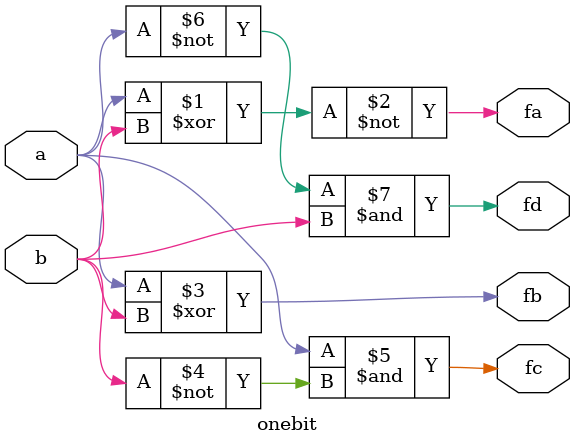
<source format=v>
`timescale 1ns / 1ps


module onebit(
    input a,b,
    output fa,fb,fc,fd
    );
assign fa=~(a^b);
assign fb=a^b;
assign fc=a&~b;
assign fd=~a&b;
endmodule

</source>
